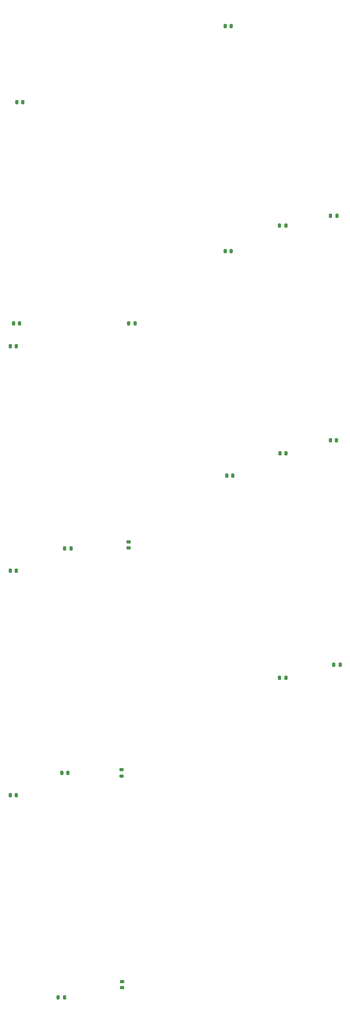
<source format=gbr>
%TF.GenerationSoftware,KiCad,Pcbnew,8.0.8*%
%TF.CreationDate,2025-03-24T10:51:23+01:00*%
%TF.ProjectId,column,636f6c75-6d6e-42e6-9b69-6361645f7063,rev?*%
%TF.SameCoordinates,Original*%
%TF.FileFunction,Paste,Top*%
%TF.FilePolarity,Positive*%
%FSLAX46Y46*%
G04 Gerber Fmt 4.6, Leading zero omitted, Abs format (unit mm)*
G04 Created by KiCad (PCBNEW 8.0.8) date 2025-03-24 10:51:23*
%MOMM*%
%LPD*%
G01*
G04 APERTURE LIST*
G04 Aperture macros list*
%AMRoundRect*
0 Rectangle with rounded corners*
0 $1 Rounding radius*
0 $2 $3 $4 $5 $6 $7 $8 $9 X,Y pos of 4 corners*
0 Add a 4 corners polygon primitive as box body*
4,1,4,$2,$3,$4,$5,$6,$7,$8,$9,$2,$3,0*
0 Add four circle primitives for the rounded corners*
1,1,$1+$1,$2,$3*
1,1,$1+$1,$4,$5*
1,1,$1+$1,$6,$7*
1,1,$1+$1,$8,$9*
0 Add four rect primitives between the rounded corners*
20,1,$1+$1,$2,$3,$4,$5,0*
20,1,$1+$1,$4,$5,$6,$7,0*
20,1,$1+$1,$6,$7,$8,$9,0*
20,1,$1+$1,$8,$9,$2,$3,0*%
G04 Aperture macros list end*
%ADD10RoundRect,0.140000X0.170000X-0.140000X0.170000X0.140000X-0.170000X0.140000X-0.170000X-0.140000X0*%
%ADD11RoundRect,0.140000X-0.140000X-0.170000X0.140000X-0.170000X0.140000X0.170000X-0.140000X0.170000X0*%
%ADD12RoundRect,0.135000X-0.135000X-0.185000X0.135000X-0.185000X0.135000X0.185000X-0.135000X0.185000X0*%
%ADD13RoundRect,0.140000X-0.170000X0.140000X-0.170000X-0.140000X0.170000X-0.140000X0.170000X0.140000X0*%
G04 APERTURE END LIST*
D10*
%TO.C,R8*%
X49500000Y-101480000D03*
X49500000Y-100520000D03*
%TD*%
D11*
%TO.C,R17*%
X64550000Y-20200000D03*
X65510000Y-20200000D03*
%TD*%
D12*
%TO.C,R28*%
X81465328Y-119675000D03*
X82485328Y-119675000D03*
%TD*%
D11*
%TO.C,R26*%
X81005328Y-49675000D03*
X81965328Y-49675000D03*
%TD*%
%TO.C,R14*%
X38520000Y-171500000D03*
X39480000Y-171500000D03*
%TD*%
%TO.C,R27*%
X80985328Y-84675000D03*
X81945328Y-84675000D03*
%TD*%
%TO.C,R5*%
X31000000Y-70000000D03*
X31960000Y-70000000D03*
%TD*%
%TO.C,R13*%
X39040000Y-136500000D03*
X40000000Y-136500000D03*
%TD*%
%TO.C,R24*%
X73070000Y-86700000D03*
X74030000Y-86700000D03*
%TD*%
%TO.C,R9*%
X31020000Y-105000000D03*
X31980000Y-105000000D03*
%TD*%
%TO.C,R10*%
X31000000Y-140000000D03*
X31960000Y-140000000D03*
%TD*%
%TO.C,R19*%
X64800000Y-90200000D03*
X65760000Y-90200000D03*
%TD*%
%TO.C,R1*%
X32020000Y-32000000D03*
X32980000Y-32000000D03*
%TD*%
%TO.C,R25*%
X73050000Y-121700000D03*
X74010000Y-121700000D03*
%TD*%
%TO.C,R18*%
X64550000Y-55200000D03*
X65510000Y-55200000D03*
%TD*%
%TO.C,R3*%
X31520000Y-66500000D03*
X32480000Y-66500000D03*
%TD*%
D10*
%TO.C,R15*%
X48360000Y-136980000D03*
X48360000Y-136020000D03*
%TD*%
D11*
%TO.C,R4*%
X49520000Y-66500000D03*
X50480000Y-66500000D03*
%TD*%
%TO.C,R23*%
X73050000Y-51200000D03*
X74010000Y-51200000D03*
%TD*%
D13*
%TO.C,R16*%
X48500000Y-169000000D03*
X48500000Y-169960000D03*
%TD*%
D11*
%TO.C,R7*%
X39520000Y-101500000D03*
X40480000Y-101500000D03*
%TD*%
M02*

</source>
